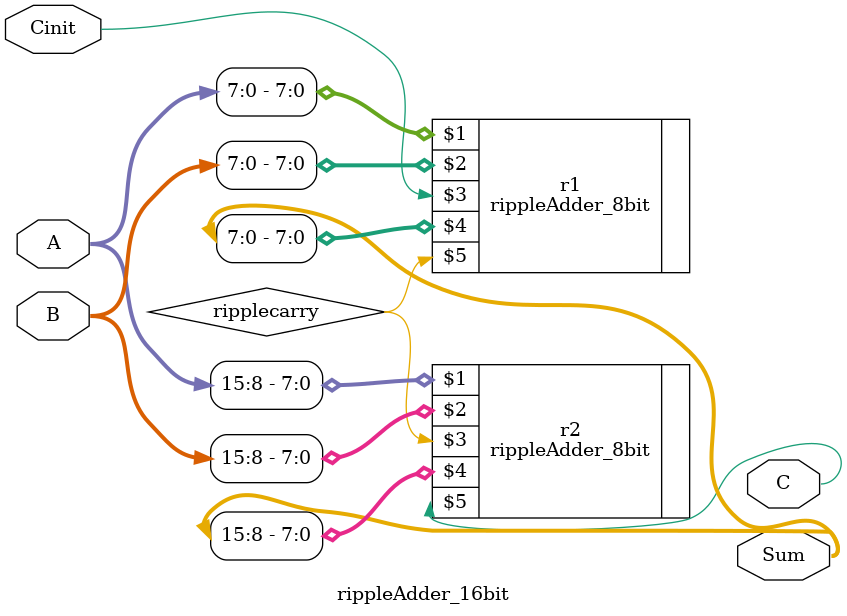
<source format=v>

module rippleAdder_16bit(A,B,Cinit,Sum,C);
    input[15:0] A,B;
    output[15:0] Sum;
    input Cinit;
    output C;

    wire ripplecarry;
    rippleAdder_8bit r1(A[7:0],B[7:0],Cinit,Sum[7:0],ripplecarry);
    rippleAdder_8bit r2(A[15:8],B[15:8],ripplecarry,Sum[15:8],C);

endmodule
</source>
